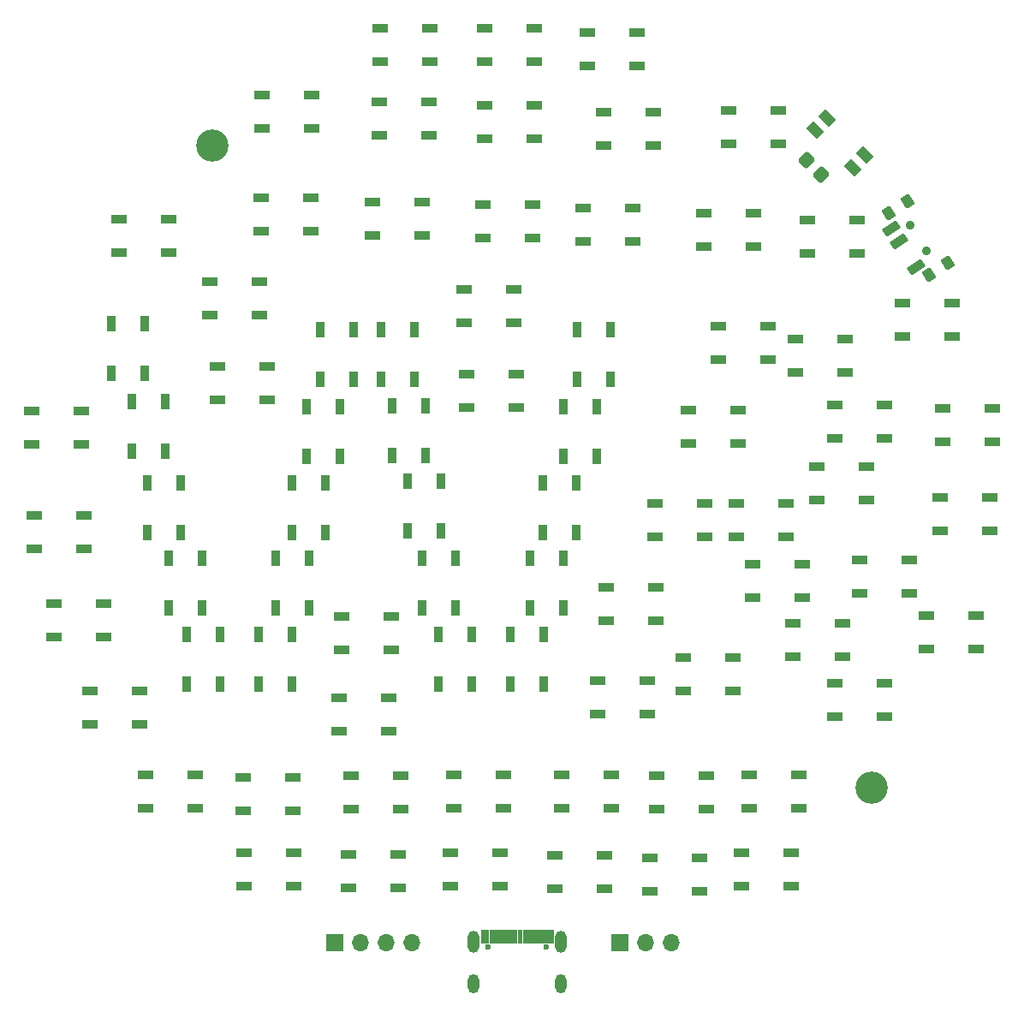
<source format=gbr>
%TF.GenerationSoftware,KiCad,Pcbnew,8.0.2*%
%TF.CreationDate,2025-04-19T12:26:07+02:00*%
%TF.ProjectId,WRadioLogo,57526164-696f-44c6-9f67-6f2e6b696361,rev?*%
%TF.SameCoordinates,Original*%
%TF.FileFunction,Soldermask,Top*%
%TF.FilePolarity,Negative*%
%FSLAX46Y46*%
G04 Gerber Fmt 4.6, Leading zero omitted, Abs format (unit mm)*
G04 Created by KiCad (PCBNEW 8.0.2) date 2025-04-19 12:26:07*
%MOMM*%
%LPD*%
G01*
G04 APERTURE LIST*
G04 Aperture macros list*
%AMRoundRect*
0 Rectangle with rounded corners*
0 $1 Rounding radius*
0 $2 $3 $4 $5 $6 $7 $8 $9 X,Y pos of 4 corners*
0 Add a 4 corners polygon primitive as box body*
4,1,4,$2,$3,$4,$5,$6,$7,$8,$9,$2,$3,0*
0 Add four circle primitives for the rounded corners*
1,1,$1+$1,$2,$3*
1,1,$1+$1,$4,$5*
1,1,$1+$1,$6,$7*
1,1,$1+$1,$8,$9*
0 Add four rect primitives between the rounded corners*
20,1,$1+$1,$2,$3,$4,$5,0*
20,1,$1+$1,$4,$5,$6,$7,0*
20,1,$1+$1,$6,$7,$8,$9,0*
20,1,$1+$1,$8,$9,$2,$3,0*%
%AMRotRect*
0 Rectangle, with rotation*
0 The origin of the aperture is its center*
0 $1 length*
0 $2 width*
0 $3 Rotation angle, in degrees counterclockwise*
0 Add horizontal line*
21,1,$1,$2,0,0,$3*%
G04 Aperture macros list end*
%ADD10C,0.010000*%
%ADD11R,1.500000X0.900000*%
%ADD12R,0.900000X1.500000*%
%ADD13RotRect,1.550000X1.000000X135.000000*%
%ADD14C,3.200000*%
%ADD15C,0.600000*%
%ADD16O,1.104000X2.204000*%
%ADD17O,1.104000X1.904000*%
%ADD18R,1.700000X1.700000*%
%ADD19O,1.700000X1.700000*%
%ADD20C,0.900000*%
%ADD21RoundRect,0.102000X0.819627X0.114945X0.438379X0.702014X-0.819627X-0.114945X-0.438379X-0.702014X0*%
%ADD22RoundRect,0.102000X0.607788X-0.201480X0.063149X0.637191X-0.607788X0.201480X-0.063149X-0.637191X0*%
%ADD23RoundRect,0.250000X0.565685X0.070711X0.070711X0.565685X-0.565685X-0.070711X-0.070711X-0.565685X0*%
G04 APERTURE END LIST*
D10*
%TO.C,J1*%
X133195000Y-143836500D02*
X132495000Y-143836500D01*
X132495000Y-142596500D01*
X133195000Y-142596500D01*
X133195000Y-143836500D01*
G36*
X133195000Y-143836500D02*
G01*
X132495000Y-143836500D01*
X132495000Y-142596500D01*
X133195000Y-142596500D01*
X133195000Y-143836500D01*
G37*
X133995000Y-143836500D02*
X133295000Y-143836500D01*
X133295000Y-142596500D01*
X133995000Y-142596500D01*
X133995000Y-143836500D01*
G36*
X133995000Y-143836500D02*
G01*
X133295000Y-143836500D01*
X133295000Y-142596500D01*
X133995000Y-142596500D01*
X133995000Y-143836500D01*
G37*
X134495000Y-143836500D02*
X134095000Y-143836500D01*
X134095000Y-142596500D01*
X134495000Y-142596500D01*
X134495000Y-143836500D01*
G36*
X134495000Y-143836500D02*
G01*
X134095000Y-143836500D01*
X134095000Y-142596500D01*
X134495000Y-142596500D01*
X134495000Y-143836500D01*
G37*
X134995000Y-143836500D02*
X134595000Y-143836500D01*
X134595000Y-142596500D01*
X134995000Y-142596500D01*
X134995000Y-143836500D01*
G36*
X134995000Y-143836500D02*
G01*
X134595000Y-143836500D01*
X134595000Y-142596500D01*
X134995000Y-142596500D01*
X134995000Y-143836500D01*
G37*
X135495000Y-143836500D02*
X135095000Y-143836500D01*
X135095000Y-142596500D01*
X135495000Y-142596500D01*
X135495000Y-143836500D01*
G36*
X135495000Y-143836500D02*
G01*
X135095000Y-143836500D01*
X135095000Y-142596500D01*
X135495000Y-142596500D01*
X135495000Y-143836500D01*
G37*
X135995000Y-143836500D02*
X135595000Y-143836500D01*
X135595000Y-142596500D01*
X135995000Y-142596500D01*
X135995000Y-143836500D01*
G36*
X135995000Y-143836500D02*
G01*
X135595000Y-143836500D01*
X135595000Y-142596500D01*
X135995000Y-142596500D01*
X135995000Y-143836500D01*
G37*
X136495000Y-143836500D02*
X136095000Y-143836500D01*
X136095000Y-142596500D01*
X136495000Y-142596500D01*
X136495000Y-143836500D01*
G36*
X136495000Y-143836500D02*
G01*
X136095000Y-143836500D01*
X136095000Y-142596500D01*
X136495000Y-142596500D01*
X136495000Y-143836500D01*
G37*
X136995000Y-143836500D02*
X136595000Y-143836500D01*
X136595000Y-142596500D01*
X136995000Y-142596500D01*
X136995000Y-143836500D01*
G36*
X136995000Y-143836500D02*
G01*
X136595000Y-143836500D01*
X136595000Y-142596500D01*
X136995000Y-142596500D01*
X136995000Y-143836500D01*
G37*
X137495000Y-143836500D02*
X137095000Y-143836500D01*
X137095000Y-142596500D01*
X137495000Y-142596500D01*
X137495000Y-143836500D01*
G36*
X137495000Y-143836500D02*
G01*
X137095000Y-143836500D01*
X137095000Y-142596500D01*
X137495000Y-142596500D01*
X137495000Y-143836500D01*
G37*
X137995000Y-143836500D02*
X137595000Y-143836500D01*
X137595000Y-142596500D01*
X137995000Y-142596500D01*
X137995000Y-143836500D01*
G36*
X137995000Y-143836500D02*
G01*
X137595000Y-143836500D01*
X137595000Y-142596500D01*
X137995000Y-142596500D01*
X137995000Y-143836500D01*
G37*
X138795000Y-143836500D02*
X138095000Y-143836500D01*
X138095000Y-142596500D01*
X138795000Y-142596500D01*
X138795000Y-143836500D01*
G36*
X138795000Y-143836500D02*
G01*
X138095000Y-143836500D01*
X138095000Y-142596500D01*
X138795000Y-142596500D01*
X138795000Y-143836500D01*
G37*
X139595000Y-143836500D02*
X138895000Y-143836500D01*
X138895000Y-142596500D01*
X139595000Y-142596500D01*
X139595000Y-143836500D01*
G36*
X139595000Y-143836500D02*
G01*
X138895000Y-143836500D01*
X138895000Y-142596500D01*
X139595000Y-142596500D01*
X139595000Y-143836500D01*
G37*
%TD*%
D11*
%TO.C,D49*%
X118708000Y-111634000D03*
X118708000Y-114934000D03*
X123608000Y-114934000D03*
X123608000Y-111634000D03*
%TD*%
D12*
%TO.C,D12*%
X123699000Y-95668000D03*
X126999000Y-95668000D03*
X126999000Y-90768000D03*
X123699000Y-90768000D03*
%TD*%
D11*
%TO.C,D76*%
X158967000Y-127255000D03*
X158967000Y-130555000D03*
X163867000Y-130555000D03*
X163867000Y-127255000D03*
%TD*%
D12*
%TO.C,D8*%
X117093000Y-98388000D03*
X113793000Y-98388000D03*
X113793000Y-103288000D03*
X117093000Y-103288000D03*
%TD*%
D11*
%TO.C,D25*%
X157697000Y-100458000D03*
X157697000Y-103758000D03*
X162597000Y-103758000D03*
X162597000Y-100458000D03*
%TD*%
D12*
%TO.C,D11*%
X122556000Y-88175000D03*
X125856000Y-88175000D03*
X125856000Y-83275000D03*
X122556000Y-83275000D03*
%TD*%
D11*
%TO.C,D63*%
X152998000Y-91187000D03*
X152998000Y-94487000D03*
X157898000Y-94487000D03*
X157898000Y-91187000D03*
%TD*%
D12*
%TO.C,D4*%
X101601000Y-110781000D03*
X104901000Y-110781000D03*
X104901000Y-105881000D03*
X101601000Y-105881000D03*
%TD*%
D11*
%TO.C,D51*%
X174150000Y-80650000D03*
X174150000Y-83950000D03*
X179050000Y-83950000D03*
X179050000Y-80650000D03*
%TD*%
D12*
%TO.C,D3*%
X99442000Y-103288000D03*
X102742000Y-103288000D03*
X102742000Y-98388000D03*
X99442000Y-98388000D03*
%TD*%
D11*
%TO.C,D28*%
X163285000Y-112269000D03*
X163285000Y-115569000D03*
X168185000Y-115569000D03*
X168185000Y-112269000D03*
%TD*%
%TO.C,D64*%
X99277000Y-127255000D03*
X99277000Y-130555000D03*
X104177000Y-130555000D03*
X104177000Y-127255000D03*
%TD*%
%TO.C,D55*%
X177890000Y-99823000D03*
X177890000Y-103123000D03*
X182790000Y-103123000D03*
X182790000Y-99823000D03*
%TD*%
D12*
%TO.C,D15*%
X128271000Y-118274000D03*
X131571000Y-118274000D03*
X131571000Y-113374000D03*
X128271000Y-113374000D03*
%TD*%
%TO.C,D17*%
X140588000Y-105881000D03*
X137288000Y-105881000D03*
X137288000Y-110781000D03*
X140588000Y-110781000D03*
%TD*%
%TO.C,D6*%
X113791000Y-113374000D03*
X110491000Y-113374000D03*
X110491000Y-118274000D03*
X113791000Y-118274000D03*
%TD*%
D11*
%TO.C,D62*%
X176550000Y-111550000D03*
X176550000Y-114850000D03*
X181450000Y-114850000D03*
X181450000Y-111550000D03*
%TD*%
%TO.C,D37*%
X156935000Y-61596000D03*
X156935000Y-64896000D03*
X161835000Y-64896000D03*
X161835000Y-61596000D03*
%TD*%
%TO.C,D24*%
X165698000Y-96775000D03*
X165698000Y-100075000D03*
X170598000Y-100075000D03*
X170598000Y-96775000D03*
%TD*%
%TO.C,D68*%
X139790000Y-135256000D03*
X139790000Y-138556000D03*
X144690000Y-138556000D03*
X144690000Y-135256000D03*
%TD*%
%TO.C,D72*%
X119343000Y-135129000D03*
X119343000Y-138429000D03*
X124243000Y-138429000D03*
X124243000Y-135129000D03*
%TD*%
%TO.C,D70*%
X140425000Y-127255000D03*
X140425000Y-130555000D03*
X145325000Y-130555000D03*
X145325000Y-127255000D03*
%TD*%
%TO.C,D60*%
X178144000Y-91060000D03*
X178144000Y-94360000D03*
X183044000Y-94360000D03*
X183044000Y-91060000D03*
%TD*%
D12*
%TO.C,D5*%
X103379000Y-118274000D03*
X106679000Y-118274000D03*
X106679000Y-113374000D03*
X103379000Y-113374000D03*
%TD*%
D13*
%TO.C,SW3*%
X166691332Y-62296357D03*
X170403643Y-66008668D03*
X165489251Y-63498438D03*
X169201562Y-67210749D03*
%TD*%
D12*
%TO.C,D10*%
X119887000Y-83275000D03*
X116587000Y-83275000D03*
X116587000Y-88175000D03*
X119887000Y-88175000D03*
%TD*%
%TO.C,D18*%
X141858000Y-98388000D03*
X138558000Y-98388000D03*
X138558000Y-103288000D03*
X141858000Y-103288000D03*
%TD*%
%TO.C,D20*%
X145287000Y-83275000D03*
X141987000Y-83275000D03*
X141987000Y-88175000D03*
X145287000Y-88175000D03*
%TD*%
D11*
%TO.C,D21*%
X160819000Y-86232000D03*
X160819000Y-82932000D03*
X155919000Y-82932000D03*
X155919000Y-86232000D03*
%TD*%
%TO.C,D43*%
X154522000Y-71756000D03*
X154522000Y-75056000D03*
X159422000Y-75056000D03*
X159422000Y-71756000D03*
%TD*%
%TO.C,D44*%
X164750000Y-72391000D03*
X164750000Y-75691000D03*
X169650000Y-75691000D03*
X169650000Y-72391000D03*
%TD*%
D14*
%TO.C,H1*%
X171069000Y-128524000D03*
%TD*%
D11*
%TO.C,D46*%
X88265000Y-101600000D03*
X88265000Y-104900000D03*
X93165000Y-104900000D03*
X93165000Y-101600000D03*
%TD*%
%TO.C,D41*%
X132678000Y-70867000D03*
X132678000Y-74167000D03*
X137578000Y-74167000D03*
X137578000Y-70867000D03*
%TD*%
%TO.C,D29*%
X167476000Y-118238000D03*
X167476000Y-121538000D03*
X172376000Y-121538000D03*
X172376000Y-118238000D03*
%TD*%
D15*
%TO.C,J1*%
X133155000Y-144286500D03*
X138935000Y-144286500D03*
D16*
X131720000Y-143796500D03*
X140370000Y-143796500D03*
D17*
X131720000Y-147966500D03*
X140370000Y-147966500D03*
%TD*%
D11*
%TO.C,D27*%
X159348000Y-106427000D03*
X159348000Y-109727000D03*
X164248000Y-109727000D03*
X164248000Y-106427000D03*
%TD*%
D12*
%TO.C,D7*%
X115442000Y-105881000D03*
X112142000Y-105881000D03*
X112142000Y-110781000D03*
X115442000Y-110781000D03*
%TD*%
D18*
%TO.C,J2*%
X117993000Y-143891000D03*
D19*
X120533000Y-143891000D03*
X123073000Y-143891000D03*
X125613000Y-143891000D03*
%TD*%
D11*
%TO.C,D23*%
X167476000Y-90679000D03*
X167476000Y-93979000D03*
X172376000Y-93979000D03*
X172376000Y-90679000D03*
%TD*%
%TO.C,D52*%
X144870000Y-108713000D03*
X144870000Y-112013000D03*
X149770000Y-112013000D03*
X149770000Y-108713000D03*
%TD*%
%TO.C,D40*%
X121756000Y-70613000D03*
X121756000Y-73913000D03*
X126656000Y-73913000D03*
X126656000Y-70613000D03*
%TD*%
%TO.C,D45*%
X105664000Y-78488000D03*
X105664000Y-81788000D03*
X110564000Y-81788000D03*
X110564000Y-78488000D03*
%TD*%
%TO.C,D39*%
X110707000Y-70232000D03*
X110707000Y-73532000D03*
X115607000Y-73532000D03*
X115607000Y-70232000D03*
%TD*%
D20*
%TO.C,S1*%
X176516958Y-75458005D03*
X174883042Y-72941995D03*
D21*
X175457764Y-77040126D03*
X173823846Y-74524116D03*
X173006889Y-73266110D03*
D22*
X176765395Y-77860251D03*
X172789530Y-71737956D03*
X178610470Y-76662044D03*
X174634605Y-70539749D03*
%TD*%
D11*
%TO.C,D22*%
X168439000Y-87502000D03*
X168439000Y-84202000D03*
X163539000Y-84202000D03*
X163539000Y-87502000D03*
%TD*%
%TO.C,D53*%
X152490000Y-115698000D03*
X152490000Y-118998000D03*
X157390000Y-118998000D03*
X157390000Y-115698000D03*
%TD*%
%TO.C,D34*%
X122391000Y-60707000D03*
X122391000Y-64007000D03*
X127291000Y-64007000D03*
X127291000Y-60707000D03*
%TD*%
%TO.C,D71*%
X149188000Y-135510000D03*
X149188000Y-138810000D03*
X154088000Y-138810000D03*
X154088000Y-135510000D03*
%TD*%
D12*
%TO.C,D1*%
X95886000Y-87540000D03*
X99186000Y-87540000D03*
X99186000Y-82640000D03*
X95886000Y-82640000D03*
%TD*%
D11*
%TO.C,D26*%
X149696000Y-100458000D03*
X149696000Y-103758000D03*
X154596000Y-103758000D03*
X154596000Y-100458000D03*
%TD*%
%TO.C,D38*%
X96650000Y-72350000D03*
X96650000Y-75650000D03*
X101550000Y-75650000D03*
X101550000Y-72350000D03*
%TD*%
%TO.C,D30*%
X127418000Y-56768000D03*
X127418000Y-53468000D03*
X122518000Y-53468000D03*
X122518000Y-56768000D03*
%TD*%
%TO.C,D59*%
X90260000Y-110364000D03*
X90260000Y-113664000D03*
X95160000Y-113664000D03*
X95160000Y-110364000D03*
%TD*%
%TO.C,D31*%
X137705000Y-56768000D03*
X137705000Y-53468000D03*
X132805000Y-53468000D03*
X132805000Y-56768000D03*
%TD*%
D12*
%TO.C,D14*%
X126620000Y-110781000D03*
X129920000Y-110781000D03*
X129920000Y-105881000D03*
X126620000Y-105881000D03*
%TD*%
D11*
%TO.C,D32*%
X142965000Y-53849000D03*
X142965000Y-57149000D03*
X147865000Y-57149000D03*
X147865000Y-53849000D03*
%TD*%
D14*
%TO.C,H2*%
X105918000Y-65024000D03*
%TD*%
D11*
%TO.C,D58*%
X119634000Y-127383000D03*
X119634000Y-130683000D03*
X124534000Y-130683000D03*
X124534000Y-127383000D03*
%TD*%
%TO.C,D73*%
X149823000Y-127382000D03*
X149823000Y-130682000D03*
X154723000Y-130682000D03*
X154723000Y-127382000D03*
%TD*%
%TO.C,D67*%
X129757000Y-127255000D03*
X129757000Y-130555000D03*
X134657000Y-130555000D03*
X134657000Y-127255000D03*
%TD*%
D23*
%TO.C,R5*%
X166107107Y-67907107D03*
X164692893Y-66492893D03*
%TD*%
D11*
%TO.C,D47*%
X118454000Y-119635000D03*
X118454000Y-122935000D03*
X123354000Y-122935000D03*
X123354000Y-119635000D03*
%TD*%
%TO.C,D69*%
X109056000Y-135002000D03*
X109056000Y-138302000D03*
X113956000Y-138302000D03*
X113956000Y-135002000D03*
%TD*%
%TO.C,D42*%
X142584000Y-71248000D03*
X142584000Y-74548000D03*
X147484000Y-74548000D03*
X147484000Y-71248000D03*
%TD*%
%TO.C,D50*%
X143981000Y-117984000D03*
X143981000Y-121284000D03*
X148881000Y-121284000D03*
X148881000Y-117984000D03*
%TD*%
%TO.C,D61*%
X108929000Y-127509000D03*
X108929000Y-130809000D03*
X113829000Y-130809000D03*
X113829000Y-127509000D03*
%TD*%
%TO.C,D75*%
X129413000Y-135001000D03*
X129413000Y-138301000D03*
X134313000Y-138301000D03*
X134313000Y-135001000D03*
%TD*%
%TO.C,D65*%
X169889000Y-106046000D03*
X169889000Y-109346000D03*
X174789000Y-109346000D03*
X174789000Y-106046000D03*
%TD*%
D12*
%TO.C,D13*%
X125223000Y-103161000D03*
X128523000Y-103161000D03*
X128523000Y-98261000D03*
X125223000Y-98261000D03*
%TD*%
D11*
%TO.C,D74*%
X158205000Y-135002000D03*
X158205000Y-138302000D03*
X163105000Y-138302000D03*
X163105000Y-135002000D03*
%TD*%
%TO.C,D33*%
X110834000Y-60072000D03*
X110834000Y-63372000D03*
X115734000Y-63372000D03*
X115734000Y-60072000D03*
%TD*%
D18*
%TO.C,J3*%
X146177000Y-143891000D03*
D19*
X148717000Y-143891000D03*
X151257000Y-143891000D03*
%TD*%
D12*
%TO.C,D19*%
X143890000Y-90895000D03*
X140590000Y-90895000D03*
X140590000Y-95795000D03*
X143890000Y-95795000D03*
%TD*%
%TO.C,D2*%
X97918000Y-95287000D03*
X101218000Y-95287000D03*
X101218000Y-90387000D03*
X97918000Y-90387000D03*
%TD*%
D11*
%TO.C,D54*%
X106389000Y-86869000D03*
X106389000Y-90169000D03*
X111289000Y-90169000D03*
X111289000Y-86869000D03*
%TD*%
%TO.C,D35*%
X132805000Y-61088000D03*
X132805000Y-64388000D03*
X137705000Y-64388000D03*
X137705000Y-61088000D03*
%TD*%
%TO.C,D48*%
X130773000Y-79249000D03*
X130773000Y-82549000D03*
X135673000Y-82549000D03*
X135673000Y-79249000D03*
%TD*%
%TO.C,D56*%
X93816000Y-119000000D03*
X93816000Y-122300000D03*
X98716000Y-122300000D03*
X98716000Y-119000000D03*
%TD*%
D12*
%TO.C,D16*%
X138683000Y-113374000D03*
X135383000Y-113374000D03*
X135383000Y-118274000D03*
X138683000Y-118274000D03*
%TD*%
D11*
%TO.C,D66*%
X131027000Y-87631000D03*
X131027000Y-90931000D03*
X135927000Y-90931000D03*
X135927000Y-87631000D03*
%TD*%
%TO.C,D57*%
X88064000Y-91314000D03*
X88064000Y-94614000D03*
X92964000Y-94614000D03*
X92964000Y-91314000D03*
%TD*%
D12*
%TO.C,D9*%
X118490000Y-90895000D03*
X115190000Y-90895000D03*
X115190000Y-95795000D03*
X118490000Y-95795000D03*
%TD*%
D11*
%TO.C,D36*%
X144616000Y-61723000D03*
X144616000Y-65023000D03*
X149516000Y-65023000D03*
X149516000Y-61723000D03*
%TD*%
M02*

</source>
